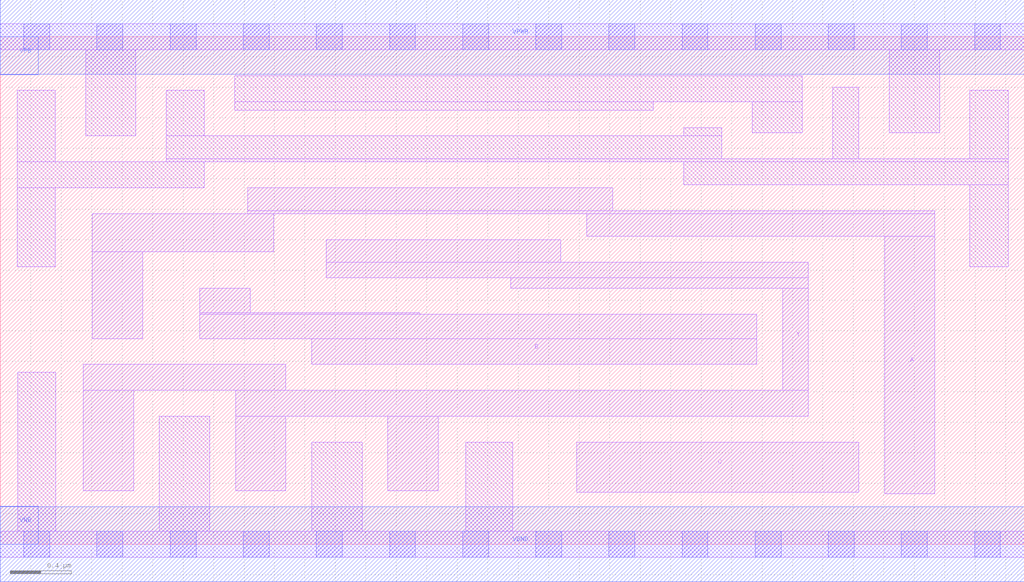
<source format=lef>
# Copyright 2020 The SkyWater PDK Authors
#
# Licensed under the Apache License, Version 2.0 (the "License");
# you may not use this file except in compliance with the License.
# You may obtain a copy of the License at
#
#     https://www.apache.org/licenses/LICENSE-2.0
#
# Unless required by applicable law or agreed to in writing, software
# distributed under the License is distributed on an "AS IS" BASIS,
# WITHOUT WARRANTIES OR CONDITIONS OF ANY KIND, either express or implied.
# See the License for the specific language governing permissions and
# limitations under the License.
#
# SPDX-License-Identifier: Apache-2.0

VERSION 5.5 ;
NAMESCASESENSITIVE ON ;
BUSBITCHARS "[]" ;
DIVIDERCHAR "/" ;
MACRO sky130_fd_sc_ms__nor3_4
  CLASS CORE ;
  SOURCE USER ;
  ORIGIN  0.000000  0.000000 ;
  SIZE  6.720000 BY  3.330000 ;
  SYMMETRY X Y ;
  SITE unit ;
  PIN A
    ANTENNAGATEAREA  0.894000 ;
    DIRECTION INPUT ;
    USE SIGNAL ;
    PORT
      LAYER li1 ;
        RECT 0.605000 1.350000 0.935000 1.920000 ;
        RECT 0.605000 1.920000 1.795000 2.170000 ;
        RECT 1.625000 2.170000 6.135000 2.190000 ;
        RECT 1.625000 2.190000 4.020000 2.340000 ;
        RECT 3.850000 2.020000 6.135000 2.170000 ;
        RECT 5.805000 0.330000 6.135000 2.020000 ;
    END
  END A
  PIN B
    ANTENNAGATEAREA  0.894000 ;
    DIRECTION INPUT ;
    USE SIGNAL ;
    PORT
      LAYER li1 ;
        RECT 1.310000 1.350000 4.965000 1.510000 ;
        RECT 1.310000 1.510000 2.755000 1.520000 ;
        RECT 1.310000 1.520000 1.640000 1.680000 ;
        RECT 2.045000 1.180000 4.965000 1.350000 ;
    END
  END B
  PIN C
    ANTENNAGATEAREA  0.894000 ;
    DIRECTION INPUT ;
    USE SIGNAL ;
    PORT
      LAYER li1 ;
        RECT 3.785000 0.340000 5.635000 0.670000 ;
    END
  END C
  PIN Y
    ANTENNADIFFAREA  1.674800 ;
    DIRECTION OUTPUT ;
    USE SIGNAL ;
    PORT
      LAYER li1 ;
        RECT 0.545000 0.350000 0.875000 1.010000 ;
        RECT 0.545000 1.010000 1.875000 1.180000 ;
        RECT 1.545000 0.350000 1.875000 0.840000 ;
        RECT 1.545000 0.840000 5.305000 1.010000 ;
        RECT 2.140000 1.750000 5.305000 1.850000 ;
        RECT 2.140000 1.850000 3.680000 2.000000 ;
        RECT 2.545000 0.350000 2.875000 0.840000 ;
        RECT 3.350000 1.680000 5.305000 1.750000 ;
        RECT 5.135000 1.010000 5.305000 1.680000 ;
    END
  END Y
  PIN VGND
    DIRECTION INOUT ;
    USE GROUND ;
    PORT
      LAYER met1 ;
        RECT 0.000000 -0.245000 6.720000 0.245000 ;
    END
  END VGND
  PIN VNB
    DIRECTION INOUT ;
    USE GROUND ;
    PORT
      LAYER met1 ;
        RECT 0.000000 0.000000 0.250000 0.250000 ;
    END
  END VNB
  PIN VPB
    DIRECTION INOUT ;
    USE POWER ;
    PORT
      LAYER met1 ;
        RECT 0.000000 3.080000 0.250000 3.330000 ;
    END
  END VPB
  PIN VPWR
    DIRECTION INOUT ;
    USE POWER ;
    PORT
      LAYER met1 ;
        RECT 0.000000 3.085000 6.720000 3.575000 ;
    END
  END VPWR
  OBS
    LAYER li1 ;
      RECT 0.000000 -0.085000 6.720000 0.085000 ;
      RECT 0.000000  3.245000 6.720000 3.415000 ;
      RECT 0.110000  1.820000 0.360000 2.340000 ;
      RECT 0.110000  2.340000 1.340000 2.510000 ;
      RECT 0.110000  2.510000 0.360000 2.980000 ;
      RECT 0.115000  0.085000 0.365000 1.130000 ;
      RECT 0.560000  2.680000 0.890000 3.245000 ;
      RECT 1.045000  0.085000 1.375000 0.840000 ;
      RECT 1.090000  2.510000 6.615000 2.530000 ;
      RECT 1.090000  2.530000 4.735000 2.680000 ;
      RECT 1.090000  2.680000 1.340000 2.980000 ;
      RECT 1.540000  2.850000 4.285000 2.905000 ;
      RECT 1.540000  2.905000 5.265000 3.075000 ;
      RECT 2.045000  0.085000 2.375000 0.670000 ;
      RECT 3.055000  0.085000 3.365000 0.670000 ;
      RECT 4.485000  2.360000 6.615000 2.510000 ;
      RECT 4.485000  2.680000 4.735000 2.735000 ;
      RECT 4.935000  2.700000 5.265000 2.905000 ;
      RECT 5.465000  2.530000 5.635000 3.000000 ;
      RECT 5.835000  2.700000 6.165000 3.245000 ;
      RECT 6.365000  1.820000 6.615000 2.360000 ;
      RECT 6.365000  2.530000 6.615000 2.980000 ;
    LAYER mcon ;
      RECT 0.155000 -0.085000 0.325000 0.085000 ;
      RECT 0.155000  3.245000 0.325000 3.415000 ;
      RECT 0.635000 -0.085000 0.805000 0.085000 ;
      RECT 0.635000  3.245000 0.805000 3.415000 ;
      RECT 1.115000 -0.085000 1.285000 0.085000 ;
      RECT 1.115000  3.245000 1.285000 3.415000 ;
      RECT 1.595000 -0.085000 1.765000 0.085000 ;
      RECT 1.595000  3.245000 1.765000 3.415000 ;
      RECT 2.075000 -0.085000 2.245000 0.085000 ;
      RECT 2.075000  3.245000 2.245000 3.415000 ;
      RECT 2.555000 -0.085000 2.725000 0.085000 ;
      RECT 2.555000  3.245000 2.725000 3.415000 ;
      RECT 3.035000 -0.085000 3.205000 0.085000 ;
      RECT 3.035000  3.245000 3.205000 3.415000 ;
      RECT 3.515000 -0.085000 3.685000 0.085000 ;
      RECT 3.515000  3.245000 3.685000 3.415000 ;
      RECT 3.995000 -0.085000 4.165000 0.085000 ;
      RECT 3.995000  3.245000 4.165000 3.415000 ;
      RECT 4.475000 -0.085000 4.645000 0.085000 ;
      RECT 4.475000  3.245000 4.645000 3.415000 ;
      RECT 4.955000 -0.085000 5.125000 0.085000 ;
      RECT 4.955000  3.245000 5.125000 3.415000 ;
      RECT 5.435000 -0.085000 5.605000 0.085000 ;
      RECT 5.435000  3.245000 5.605000 3.415000 ;
      RECT 5.915000 -0.085000 6.085000 0.085000 ;
      RECT 5.915000  3.245000 6.085000 3.415000 ;
      RECT 6.395000 -0.085000 6.565000 0.085000 ;
      RECT 6.395000  3.245000 6.565000 3.415000 ;
  END
END sky130_fd_sc_ms__nor3_4

</source>
